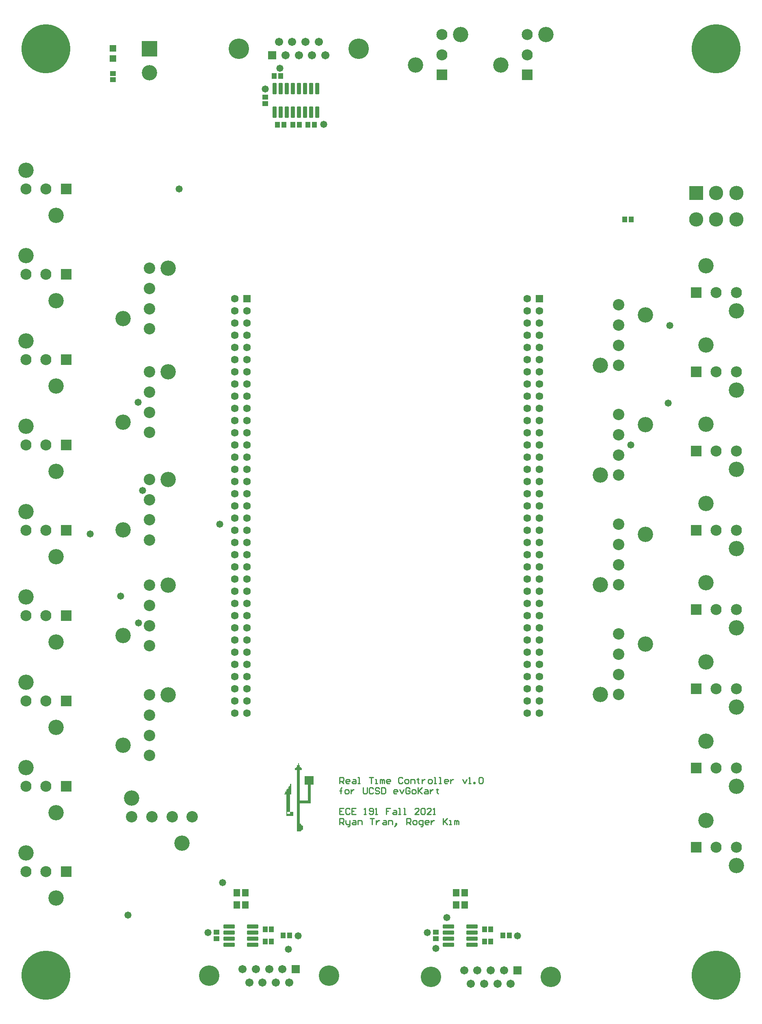
<source format=gts>
G04*
G04 #@! TF.GenerationSoftware,Altium Limited,Altium Designer,21.8.1 (53)*
G04*
G04 Layer_Color=8388736*
%FSLAX44Y44*%
%MOMM*%
G71*
G04*
G04 #@! TF.SameCoordinates,803AB11E-904C-4F7A-9A81-77FAE9A3CB3A*
G04*
G04*
G04 #@! TF.FilePolarity,Negative*
G04*
G01*
G75*
%ADD12C,0.2540*%
G04:AMPARAMS|DCode=23|XSize=2.3622mm|YSize=0.889mm|CornerRadius=0.1873mm|HoleSize=0mm|Usage=FLASHONLY|Rotation=0.000|XOffset=0mm|YOffset=0mm|HoleType=Round|Shape=RoundedRectangle|*
%AMROUNDEDRECTD23*
21,1,2.3622,0.5143,0,0,0.0*
21,1,1.9876,0.8890,0,0,0.0*
1,1,0.3747,0.9938,-0.2572*
1,1,0.3747,-0.9938,-0.2572*
1,1,0.3747,-0.9938,0.2572*
1,1,0.3747,0.9938,0.2572*
%
%ADD23ROUNDEDRECTD23*%
%ADD24R,1.4032X1.4032*%
%ADD25R,1.1532X1.0532*%
%ADD26R,1.0532X1.1532*%
%ADD27R,1.1032X1.2032*%
G04:AMPARAMS|DCode=28|XSize=2.3622mm|YSize=0.889mm|CornerRadius=0.1873mm|HoleSize=0mm|Usage=FLASHONLY|Rotation=90.000|XOffset=0mm|YOffset=0mm|HoleType=Round|Shape=RoundedRectangle|*
%AMROUNDEDRECTD28*
21,1,2.3622,0.5143,0,0,90.0*
21,1,1.9876,0.8890,0,0,90.0*
1,1,0.3747,0.2572,0.9938*
1,1,0.3747,0.2572,-0.9938*
1,1,0.3747,-0.2572,-0.9938*
1,1,0.3747,-0.2572,0.9938*
%
%ADD28ROUNDEDRECTD28*%
%ADD29R,1.2032X1.1032*%
%ADD30R,1.3532X1.5532*%
%ADD31R,2.3032X2.3032*%
%ADD32C,2.3032*%
%ADD33C,3.2032*%
%ADD34C,2.3782*%
%ADD35C,2.9782*%
%ADD36R,2.9782X2.9782*%
%ADD37C,1.7112*%
%ADD38R,1.7112X1.7112*%
%ADD39C,4.2692*%
%ADD40R,3.2032X3.2032*%
%ADD41R,2.3032X2.3032*%
%ADD42C,10.2032*%
%ADD43R,1.5932X1.5932*%
%ADD44C,1.5932*%
%ADD45C,1.4732*%
G36*
X612648Y498348D02*
Y496316D01*
Y494284D01*
Y492252D01*
Y490220D01*
Y488188D01*
Y486156D01*
Y484124D01*
Y482092D01*
Y480060D01*
Y478028D01*
X610616D01*
Y441452D01*
X616712D01*
Y439420D01*
Y437388D01*
Y435356D01*
Y433324D01*
X602488D01*
Y435356D01*
Y437388D01*
Y439420D01*
Y441452D01*
Y443484D01*
Y445516D01*
Y447548D01*
Y449580D01*
Y451612D01*
Y453644D01*
Y455676D01*
Y457708D01*
Y459740D01*
Y461772D01*
Y463804D01*
Y465836D01*
Y467868D01*
Y469900D01*
Y471932D01*
Y473964D01*
Y475996D01*
Y478028D01*
X598424D01*
Y480060D01*
X600456D01*
Y482092D01*
Y484124D01*
X602488D01*
Y486156D01*
Y488188D01*
X604520D01*
Y490220D01*
X606552D01*
Y492252D01*
Y494284D01*
X608584D01*
Y496316D01*
X610616D01*
Y498348D01*
Y500380D01*
X612648D01*
Y498348D01*
D02*
G37*
G36*
X628904Y541020D02*
Y538988D01*
X630936D01*
Y536956D01*
Y534924D01*
X632968D01*
Y532892D01*
X635000D01*
Y530860D01*
Y528828D01*
X630936D01*
Y526796D01*
Y524764D01*
Y522732D01*
Y520700D01*
Y518668D01*
Y516636D01*
Y514604D01*
Y512572D01*
Y510540D01*
Y508508D01*
Y506476D01*
Y504444D01*
Y502412D01*
Y500380D01*
Y498348D01*
Y496316D01*
Y494284D01*
Y492252D01*
Y490220D01*
Y488188D01*
Y486156D01*
Y484124D01*
Y482092D01*
Y480060D01*
Y478028D01*
Y475996D01*
Y473964D01*
Y471932D01*
Y469900D01*
Y467868D01*
Y465836D01*
X647192D01*
Y467868D01*
Y469900D01*
Y471932D01*
Y473964D01*
Y475996D01*
Y478028D01*
Y480060D01*
Y482092D01*
Y484124D01*
Y486156D01*
Y488188D01*
Y490220D01*
Y492252D01*
Y494284D01*
Y496316D01*
Y498348D01*
X641096D01*
Y500380D01*
Y502412D01*
Y504444D01*
Y506476D01*
Y508508D01*
Y510540D01*
Y512572D01*
Y514604D01*
Y516636D01*
X659384D01*
Y514604D01*
Y512572D01*
Y510540D01*
Y508508D01*
Y506476D01*
Y504444D01*
Y502412D01*
Y500380D01*
Y498348D01*
X653288D01*
Y496316D01*
Y494284D01*
Y492252D01*
Y490220D01*
Y488188D01*
Y486156D01*
Y484124D01*
Y482092D01*
Y480060D01*
Y478028D01*
Y475996D01*
Y473964D01*
Y471932D01*
Y469900D01*
Y467868D01*
Y465836D01*
Y463804D01*
Y461772D01*
Y459740D01*
X630936D01*
Y457708D01*
Y455676D01*
Y453644D01*
Y451612D01*
Y449580D01*
Y447548D01*
Y445516D01*
Y443484D01*
Y441452D01*
Y439420D01*
Y437388D01*
Y435356D01*
Y433324D01*
Y431292D01*
Y429260D01*
Y427228D01*
Y425196D01*
Y423164D01*
Y421132D01*
Y419100D01*
Y417068D01*
X632968D01*
Y415036D01*
X635000D01*
Y413004D01*
X637032D01*
Y410972D01*
Y408940D01*
Y406908D01*
Y404876D01*
X635000D01*
Y402844D01*
X632968D01*
Y400812D01*
X624840D01*
Y402844D01*
Y404876D01*
Y406908D01*
Y408940D01*
Y410972D01*
Y413004D01*
Y415036D01*
Y417068D01*
Y419100D01*
Y421132D01*
Y423164D01*
Y425196D01*
Y427228D01*
Y429260D01*
Y431292D01*
Y433324D01*
Y435356D01*
Y437388D01*
Y439420D01*
Y441452D01*
Y443484D01*
Y445516D01*
Y447548D01*
Y449580D01*
Y451612D01*
Y453644D01*
Y455676D01*
Y457708D01*
Y459740D01*
Y461772D01*
Y463804D01*
Y465836D01*
Y467868D01*
Y469900D01*
Y471932D01*
Y473964D01*
Y475996D01*
Y478028D01*
Y480060D01*
Y482092D01*
Y484124D01*
Y486156D01*
Y488188D01*
Y490220D01*
Y492252D01*
Y494284D01*
Y496316D01*
Y498348D01*
Y500380D01*
Y502412D01*
Y504444D01*
Y506476D01*
Y508508D01*
Y510540D01*
Y512572D01*
Y514604D01*
Y516636D01*
Y518668D01*
Y520700D01*
Y522732D01*
Y524764D01*
Y528828D01*
X620776D01*
Y530860D01*
Y532892D01*
X622808D01*
Y534924D01*
X624840D01*
Y536956D01*
Y538988D01*
X626872D01*
Y541020D01*
Y543052D01*
X628904D01*
Y541020D01*
D02*
G37*
%LPC*%
G36*
X610616Y441452D02*
X604520D01*
Y437388D01*
X610616D01*
Y441452D01*
D02*
G37*
%LPD*%
D12*
X713740Y501036D02*
Y513732D01*
X720088D01*
X722204Y511616D01*
Y507384D01*
X720088Y505268D01*
X713740D01*
X717972D02*
X722204Y501036D01*
X732784D02*
X728552D01*
X726436Y503152D01*
Y507384D01*
X728552Y509500D01*
X732784D01*
X734900Y507384D01*
Y505268D01*
X726436D01*
X741248Y509500D02*
X745480D01*
X747596Y507384D01*
Y501036D01*
X741248D01*
X739132Y503152D01*
X741248Y505268D01*
X747596D01*
X751828Y501036D02*
X756060D01*
X753944D01*
Y513732D01*
X751828D01*
X775104D02*
X783567D01*
X779335D01*
Y501036D01*
X787799D02*
X792031D01*
X789915D01*
Y509500D01*
X787799D01*
X798379Y501036D02*
Y509500D01*
X800495D01*
X802611Y507384D01*
Y501036D01*
Y507384D01*
X804727Y509500D01*
X806843Y507384D01*
Y501036D01*
X817423D02*
X813191D01*
X811075Y503152D01*
Y507384D01*
X813191Y509500D01*
X817423D01*
X819539Y507384D01*
Y505268D01*
X811075D01*
X844931Y511616D02*
X842815Y513732D01*
X838583D01*
X836467Y511616D01*
Y503152D01*
X838583Y501036D01*
X842815D01*
X844931Y503152D01*
X851279Y501036D02*
X855511D01*
X857627Y503152D01*
Y507384D01*
X855511Y509500D01*
X851279D01*
X849163Y507384D01*
Y503152D01*
X851279Y501036D01*
X861859D02*
Y509500D01*
X868207D01*
X870323Y507384D01*
Y501036D01*
X876671Y511616D02*
Y509500D01*
X874555D01*
X878786D01*
X876671D01*
Y503152D01*
X878786Y501036D01*
X885135Y509500D02*
Y501036D01*
Y505268D01*
X887250Y507384D01*
X889366Y509500D01*
X891482D01*
X899946Y501036D02*
X904178D01*
X906294Y503152D01*
Y507384D01*
X904178Y509500D01*
X899946D01*
X897830Y507384D01*
Y503152D01*
X899946Y501036D01*
X910526D02*
X914758D01*
X912642D01*
Y513732D01*
X910526D01*
X921106Y501036D02*
X925338D01*
X923222D01*
Y513732D01*
X921106D01*
X938034Y501036D02*
X933802D01*
X931686Y503152D01*
Y507384D01*
X933802Y509500D01*
X938034D01*
X940150Y507384D01*
Y505268D01*
X931686D01*
X944382Y509500D02*
Y501036D01*
Y505268D01*
X946498Y507384D01*
X948614Y509500D01*
X950730D01*
X969774D02*
X974006Y501036D01*
X978238Y509500D01*
X982470Y501036D02*
X986702D01*
X984586D01*
Y513732D01*
X982470Y511616D01*
X993049Y501036D02*
Y503152D01*
X995165D01*
Y501036D01*
X993049D01*
X1003629Y511616D02*
X1005745Y513732D01*
X1009977D01*
X1012093Y511616D01*
Y503152D01*
X1009977Y501036D01*
X1005745D01*
X1003629Y503152D01*
Y511616D01*
X715856Y479705D02*
Y490285D01*
Y486053D01*
X713740D01*
X717972D01*
X715856D01*
Y490285D01*
X717972Y492401D01*
X726436Y479705D02*
X730668D01*
X732784Y481821D01*
Y486053D01*
X730668Y488169D01*
X726436D01*
X724320Y486053D01*
Y481821D01*
X726436Y479705D01*
X737016Y488169D02*
Y479705D01*
Y483937D01*
X739132Y486053D01*
X741248Y488169D01*
X743364D01*
X762408Y492401D02*
Y481821D01*
X764523Y479705D01*
X768755D01*
X770872Y481821D01*
Y492401D01*
X783567Y490285D02*
X781451Y492401D01*
X777219D01*
X775104Y490285D01*
Y481821D01*
X777219Y479705D01*
X781451D01*
X783567Y481821D01*
X796263Y490285D02*
X794147Y492401D01*
X789915D01*
X787799Y490285D01*
Y488169D01*
X789915Y486053D01*
X794147D01*
X796263Y483937D01*
Y481821D01*
X794147Y479705D01*
X789915D01*
X787799Y481821D01*
X800495Y492401D02*
Y479705D01*
X806843D01*
X808959Y481821D01*
Y490285D01*
X806843Y492401D01*
X800495D01*
X832235Y479705D02*
X828003D01*
X825887Y481821D01*
Y486053D01*
X828003Y488169D01*
X832235D01*
X834351Y486053D01*
Y483937D01*
X825887D01*
X838583Y488169D02*
X842815Y479705D01*
X847047Y488169D01*
X859743Y490285D02*
X857627Y492401D01*
X853395D01*
X851279Y490285D01*
Y481821D01*
X853395Y479705D01*
X857627D01*
X859743Y481821D01*
Y486053D01*
X855511D01*
X866091Y479705D02*
X870323D01*
X872439Y481821D01*
Y486053D01*
X870323Y488169D01*
X866091D01*
X863975Y486053D01*
Y481821D01*
X866091Y479705D01*
X876671Y492401D02*
Y479705D01*
Y483937D01*
X885135Y492401D01*
X878786Y486053D01*
X885135Y479705D01*
X891482Y488169D02*
X895714D01*
X897830Y486053D01*
Y479705D01*
X891482D01*
X889366Y481821D01*
X891482Y483937D01*
X897830D01*
X902062Y488169D02*
Y479705D01*
Y483937D01*
X904178Y486053D01*
X906294Y488169D01*
X908410D01*
X916874Y490285D02*
Y488169D01*
X914758D01*
X918990D01*
X916874D01*
Y481821D01*
X918990Y479705D01*
X722204Y449739D02*
X713740D01*
Y437043D01*
X722204D01*
X713740Y443391D02*
X717972D01*
X734900Y447623D02*
X732784Y449739D01*
X728552D01*
X726436Y447623D01*
Y439159D01*
X728552Y437043D01*
X732784D01*
X734900Y439159D01*
X747596Y449739D02*
X739132D01*
Y437043D01*
X747596D01*
X739132Y443391D02*
X743364D01*
X764523Y437043D02*
X768755D01*
X766639D01*
Y449739D01*
X764523Y447623D01*
X775104Y439159D02*
X777219Y437043D01*
X781451D01*
X783567Y439159D01*
Y447623D01*
X781451Y449739D01*
X777219D01*
X775104Y447623D01*
Y445507D01*
X777219Y443391D01*
X783567D01*
X787799Y437043D02*
X792031D01*
X789915D01*
Y449739D01*
X787799Y447623D01*
X819539Y449739D02*
X811075D01*
Y443391D01*
X815307D01*
X811075D01*
Y437043D01*
X825887Y445507D02*
X830119D01*
X832235Y443391D01*
Y437043D01*
X825887D01*
X823771Y439159D01*
X825887Y441275D01*
X832235D01*
X836467Y437043D02*
X840699D01*
X838583D01*
Y449739D01*
X836467D01*
X847047Y437043D02*
X851279D01*
X849163D01*
Y449739D01*
X847047D01*
X878787Y437043D02*
X870323D01*
X878787Y445507D01*
Y447623D01*
X876671Y449739D01*
X872439D01*
X870323Y447623D01*
X883018D02*
X885135Y449739D01*
X889366D01*
X891482Y447623D01*
Y439159D01*
X889366Y437043D01*
X885135D01*
X883018Y439159D01*
Y447623D01*
X904178Y437043D02*
X895714D01*
X904178Y445507D01*
Y447623D01*
X902062Y449739D01*
X897830D01*
X895714Y447623D01*
X908410Y437043D02*
X912642D01*
X910526D01*
Y449739D01*
X908410Y447623D01*
X713740Y415712D02*
Y428408D01*
X720088D01*
X722204Y426292D01*
Y422060D01*
X720088Y419944D01*
X713740D01*
X717972D02*
X722204Y415712D01*
X726436Y424176D02*
Y417828D01*
X728552Y415712D01*
X734900D01*
Y413596D01*
X732784Y411480D01*
X730668D01*
X734900Y415712D02*
Y424176D01*
X741248D02*
X745480D01*
X747596Y422060D01*
Y415712D01*
X741248D01*
X739132Y417828D01*
X741248Y419944D01*
X747596D01*
X751828Y415712D02*
Y424176D01*
X758176D01*
X760292Y422060D01*
Y415712D01*
X777219Y428408D02*
X785683D01*
X781451D01*
Y415712D01*
X789915Y424176D02*
Y415712D01*
Y419944D01*
X792031Y422060D01*
X794147Y424176D01*
X796263D01*
X804727D02*
X808959D01*
X811075Y422060D01*
Y415712D01*
X804727D01*
X802611Y417828D01*
X804727Y419944D01*
X811075D01*
X815307Y415712D02*
Y424176D01*
X821655D01*
X823771Y422060D01*
Y415712D01*
X830119Y413596D02*
X832235Y415712D01*
Y417828D01*
X830119D01*
Y415712D01*
X832235D01*
X830119Y413596D01*
X828003Y411480D01*
X853395Y415712D02*
Y428408D01*
X859743D01*
X861859Y426292D01*
Y422060D01*
X859743Y419944D01*
X853395D01*
X857627D02*
X861859Y415712D01*
X868207D02*
X872439D01*
X874555Y417828D01*
Y422060D01*
X872439Y424176D01*
X868207D01*
X866091Y422060D01*
Y417828D01*
X868207Y415712D01*
X883018Y411480D02*
X885135D01*
X887250Y413596D01*
Y424176D01*
X880902D01*
X878786Y422060D01*
Y417828D01*
X880902Y415712D01*
X887250D01*
X897830D02*
X893598D01*
X891482Y417828D01*
Y422060D01*
X893598Y424176D01*
X897830D01*
X899946Y422060D01*
Y419944D01*
X891482D01*
X904178Y424176D02*
Y415712D01*
Y419944D01*
X906294Y422060D01*
X908410Y424176D01*
X910526D01*
X929570Y428408D02*
Y415712D01*
Y419944D01*
X938034Y428408D01*
X931686Y422060D01*
X938034Y415712D01*
X942266D02*
X946498D01*
X944382D01*
Y424176D01*
X942266D01*
X952846Y415712D02*
Y424176D01*
X954962D01*
X957078Y422060D01*
Y415712D01*
Y422060D01*
X959194Y424176D01*
X961310Y422060D01*
Y415712D01*
D23*
X989900Y165100D02*
D03*
Y177800D02*
D03*
Y190500D02*
D03*
Y203200D02*
D03*
X940500D02*
D03*
Y190500D02*
D03*
Y177800D02*
D03*
Y165100D02*
D03*
X532700D02*
D03*
Y177800D02*
D03*
Y190500D02*
D03*
Y203200D02*
D03*
X483300D02*
D03*
Y190500D02*
D03*
Y177800D02*
D03*
Y165100D02*
D03*
D24*
X241300Y2032340D02*
D03*
Y2011340D02*
D03*
D25*
Y1967080D02*
D03*
Y1980080D02*
D03*
D26*
X1321100Y1676400D02*
D03*
X1308100D02*
D03*
X571650Y196850D02*
D03*
X558650D02*
D03*
Y171450D02*
D03*
X571650D02*
D03*
X1015850D02*
D03*
X1028850D02*
D03*
Y196850D02*
D03*
X1015850D02*
D03*
D27*
X583800Y1873250D02*
D03*
X597300D02*
D03*
X615950D02*
D03*
X629450D02*
D03*
X647300D02*
D03*
X660800D02*
D03*
X577450Y1974850D02*
D03*
X590950D02*
D03*
X609600Y184150D02*
D03*
X596100D02*
D03*
X1067200D02*
D03*
X1053700D02*
D03*
D28*
X577850Y1948800D02*
D03*
X590550D02*
D03*
X603250D02*
D03*
X615950D02*
D03*
X628650D02*
D03*
X641350D02*
D03*
X654050D02*
D03*
X666750D02*
D03*
Y1899300D02*
D03*
X654050D02*
D03*
X641350D02*
D03*
X628650D02*
D03*
X615950D02*
D03*
X603250D02*
D03*
X590550D02*
D03*
X577850D02*
D03*
D29*
X558800Y1917300D02*
D03*
Y1930800D02*
D03*
X457200Y177400D02*
D03*
Y190900D02*
D03*
X914400Y177400D02*
D03*
Y190900D02*
D03*
D30*
X499250Y247650D02*
D03*
X516750D02*
D03*
Y273050D02*
D03*
X499250D02*
D03*
X956450Y247650D02*
D03*
X973950D02*
D03*
Y273050D02*
D03*
X956450D02*
D03*
D31*
X1456600Y368300D02*
D03*
Y533400D02*
D03*
Y698500D02*
D03*
Y863600D02*
D03*
Y1028700D02*
D03*
Y1193800D02*
D03*
Y1358900D02*
D03*
Y1524000D02*
D03*
X143600Y1562100D02*
D03*
Y673100D02*
D03*
Y1384300D02*
D03*
Y850900D02*
D03*
Y495300D02*
D03*
Y1028700D02*
D03*
Y1739900D02*
D03*
Y1206500D02*
D03*
Y317500D02*
D03*
D32*
X1498600Y368300D02*
D03*
X1540600D02*
D03*
X1498600Y533400D02*
D03*
X1540600D02*
D03*
X1498600Y698500D02*
D03*
X1540600D02*
D03*
X1498600Y863600D02*
D03*
X1540600D02*
D03*
Y1028700D02*
D03*
X1498600D02*
D03*
Y1193800D02*
D03*
X1540600D02*
D03*
X1498600Y1358900D02*
D03*
X1540600D02*
D03*
X1498600Y1524000D02*
D03*
X1540600D02*
D03*
X927100Y2061300D02*
D03*
Y2019300D02*
D03*
X1104900D02*
D03*
Y2061300D02*
D03*
X59600Y1562100D02*
D03*
X101600D02*
D03*
X59600Y673100D02*
D03*
X101600D02*
D03*
X59600Y1384300D02*
D03*
X101600D02*
D03*
X59600Y850900D02*
D03*
X101600D02*
D03*
X59600Y495300D02*
D03*
X101600D02*
D03*
X59600Y1028700D02*
D03*
X101600D02*
D03*
X59600Y1739900D02*
D03*
X101600D02*
D03*
X59600Y1206500D02*
D03*
X101600D02*
D03*
X59600Y317500D02*
D03*
X101600D02*
D03*
D33*
X1477600Y423800D02*
D03*
X1540600Y329800D02*
D03*
X1477600Y588900D02*
D03*
X1540600Y494900D02*
D03*
X1477600Y754000D02*
D03*
X1540600Y660000D02*
D03*
X1350900Y791300D02*
D03*
X1256900Y686300D02*
D03*
X1477600Y919100D02*
D03*
X1540600Y825100D02*
D03*
X1350900Y1019900D02*
D03*
X1256900Y914900D02*
D03*
X1540600Y990200D02*
D03*
X1477600Y1084200D02*
D03*
X1350900Y1248500D02*
D03*
X1256900Y1143500D02*
D03*
X1477600Y1249300D02*
D03*
X1540600Y1155300D02*
D03*
X1350900Y1477100D02*
D03*
X1256900Y1372100D02*
D03*
X1477600Y1414400D02*
D03*
X1540600Y1320400D02*
D03*
X1477600Y1579500D02*
D03*
X1540600Y1485500D02*
D03*
X317500Y1981600D02*
D03*
X965600Y2061300D02*
D03*
X871600Y1998300D02*
D03*
X1049400D02*
D03*
X1143400Y2061300D02*
D03*
X356000Y1574300D02*
D03*
X262000Y1469300D02*
D03*
X59600Y1600600D02*
D03*
X122600Y1506600D02*
D03*
X280400Y470300D02*
D03*
X385400Y376300D02*
D03*
X59600Y711600D02*
D03*
X122600Y617600D02*
D03*
X356000Y1358400D02*
D03*
X262000Y1253400D02*
D03*
X356000Y913900D02*
D03*
X262000Y808900D02*
D03*
X59600Y1422800D02*
D03*
X122600Y1328800D02*
D03*
X59600Y889400D02*
D03*
X122600Y795400D02*
D03*
X59600Y533800D02*
D03*
X122600Y439800D02*
D03*
X59600Y1067200D02*
D03*
X122600Y973200D02*
D03*
X59600Y1778400D02*
D03*
X122600Y1684400D02*
D03*
X59600Y1245000D02*
D03*
X122600Y1151000D02*
D03*
X59600Y356000D02*
D03*
X122600Y262000D02*
D03*
X356000Y685300D02*
D03*
X262000Y580300D02*
D03*
X356000Y1134200D02*
D03*
X262000Y1029200D02*
D03*
D34*
X1295400Y812300D02*
D03*
Y770300D02*
D03*
Y728300D02*
D03*
Y686300D02*
D03*
Y1040900D02*
D03*
Y998900D02*
D03*
Y956900D02*
D03*
Y914900D02*
D03*
Y1269500D02*
D03*
Y1227500D02*
D03*
Y1185500D02*
D03*
Y1143500D02*
D03*
Y1498100D02*
D03*
Y1456100D02*
D03*
Y1414100D02*
D03*
Y1372100D02*
D03*
X317500Y1574300D02*
D03*
Y1532300D02*
D03*
Y1490300D02*
D03*
Y1448300D02*
D03*
X280400Y431800D02*
D03*
X322400D02*
D03*
X364400D02*
D03*
X406400D02*
D03*
X317500Y1358400D02*
D03*
Y1316400D02*
D03*
Y1274400D02*
D03*
Y1232400D02*
D03*
Y913900D02*
D03*
Y871900D02*
D03*
Y829900D02*
D03*
Y787900D02*
D03*
Y685300D02*
D03*
Y643300D02*
D03*
Y601300D02*
D03*
Y559300D02*
D03*
Y1134200D02*
D03*
Y1092200D02*
D03*
Y1050200D02*
D03*
Y1008200D02*
D03*
D35*
X1540600Y1676400D02*
D03*
X1498600D02*
D03*
X1456600D02*
D03*
X1498600Y1731400D02*
D03*
X1540600D02*
D03*
D36*
X1456600D02*
D03*
D37*
X511500Y114300D02*
D03*
X525350Y85900D02*
D03*
X539200Y114300D02*
D03*
X553050Y85900D02*
D03*
X566900Y114300D02*
D03*
X580750Y85900D02*
D03*
X594600Y114300D02*
D03*
X608450Y85900D02*
D03*
X684050Y2017800D02*
D03*
X670200Y2046200D02*
D03*
X656350Y2017800D02*
D03*
X642500Y2046200D02*
D03*
X628650Y2017800D02*
D03*
X614800Y2046200D02*
D03*
X600950Y2017800D02*
D03*
X587100Y2046200D02*
D03*
X973300Y111760D02*
D03*
X987150Y83360D02*
D03*
X1001000Y111760D02*
D03*
X1014850Y83360D02*
D03*
X1028700Y111760D02*
D03*
X1042550Y83360D02*
D03*
X1056400Y111760D02*
D03*
X1070250Y83360D02*
D03*
D38*
X622300Y114300D02*
D03*
X573250Y2017800D02*
D03*
X1084100Y111760D02*
D03*
D39*
X441950Y100100D02*
D03*
X691850D02*
D03*
X753600Y2032000D02*
D03*
X503700D02*
D03*
X903750Y97560D02*
D03*
X1153650D02*
D03*
D40*
X317500Y2031600D02*
D03*
D41*
X927100Y1977300D02*
D03*
X1104900D02*
D03*
D42*
X101600Y2032000D02*
D03*
X1498600Y101600D02*
D03*
Y2032000D02*
D03*
X101600Y101600D02*
D03*
D43*
X520700Y1511300D02*
D03*
X1130300D02*
D03*
D44*
X495300D02*
D03*
X520700Y1485900D02*
D03*
X495300D02*
D03*
X520700Y1460500D02*
D03*
X495300D02*
D03*
X520700Y1435100D02*
D03*
X495300D02*
D03*
X520700Y1409700D02*
D03*
X495300D02*
D03*
X520700Y1384300D02*
D03*
X495300D02*
D03*
X520700Y1358900D02*
D03*
X495300D02*
D03*
X520700Y1333500D02*
D03*
X495300D02*
D03*
X520700Y1308100D02*
D03*
X495300D02*
D03*
X520700Y1282700D02*
D03*
X495300D02*
D03*
X520700Y1257300D02*
D03*
X495300D02*
D03*
X520700Y1231900D02*
D03*
X495300D02*
D03*
X520700Y1206500D02*
D03*
X495300D02*
D03*
X520700Y1181100D02*
D03*
X495300D02*
D03*
X520700Y1155700D02*
D03*
X495300D02*
D03*
X520700Y1130300D02*
D03*
X495300D02*
D03*
X520700Y1104900D02*
D03*
X495300D02*
D03*
X520700Y1079500D02*
D03*
X495300D02*
D03*
X520700Y1054100D02*
D03*
X495300D02*
D03*
X520700Y1028700D02*
D03*
X495300D02*
D03*
X520700Y1003300D02*
D03*
X495300D02*
D03*
X520700Y977900D02*
D03*
X495300D02*
D03*
X520700Y952500D02*
D03*
X495300D02*
D03*
X520700Y927100D02*
D03*
X495300D02*
D03*
X520700Y901700D02*
D03*
X495300D02*
D03*
X520700Y876300D02*
D03*
X495300D02*
D03*
X520700Y850900D02*
D03*
X495300D02*
D03*
X520700Y825500D02*
D03*
X495300D02*
D03*
X520700Y800100D02*
D03*
X495300D02*
D03*
X520700Y774700D02*
D03*
X495300D02*
D03*
X520700Y749300D02*
D03*
X495300D02*
D03*
X520700Y723900D02*
D03*
X495300D02*
D03*
X520700Y698500D02*
D03*
X495300D02*
D03*
X520700Y673100D02*
D03*
X495300D02*
D03*
X520700Y647700D02*
D03*
X495300D02*
D03*
X1104900D02*
D03*
X1130300D02*
D03*
X1104900Y673100D02*
D03*
X1130300D02*
D03*
X1104900Y698500D02*
D03*
X1130300D02*
D03*
X1104900Y723900D02*
D03*
X1130300D02*
D03*
X1104900Y749300D02*
D03*
X1130300D02*
D03*
X1104900Y774700D02*
D03*
X1130300D02*
D03*
X1104900Y800100D02*
D03*
X1130300D02*
D03*
X1104900Y825500D02*
D03*
X1130300D02*
D03*
X1104900Y850900D02*
D03*
X1130300D02*
D03*
X1104900Y876300D02*
D03*
X1130300D02*
D03*
X1104900Y901700D02*
D03*
X1130300D02*
D03*
X1104900Y927100D02*
D03*
X1130300D02*
D03*
X1104900Y952500D02*
D03*
X1130300D02*
D03*
X1104900Y977900D02*
D03*
X1130300D02*
D03*
X1104900Y1003300D02*
D03*
X1130300D02*
D03*
X1104900Y1028700D02*
D03*
X1130300D02*
D03*
X1104900Y1054100D02*
D03*
X1130300D02*
D03*
X1104900Y1079500D02*
D03*
X1130300D02*
D03*
X1104900Y1104900D02*
D03*
X1130300D02*
D03*
X1104900Y1130300D02*
D03*
X1130300D02*
D03*
X1104900Y1155700D02*
D03*
X1130300D02*
D03*
X1104900Y1181100D02*
D03*
X1130300D02*
D03*
X1104900Y1206500D02*
D03*
X1130300D02*
D03*
X1104900Y1231900D02*
D03*
X1130300D02*
D03*
X1104900Y1257300D02*
D03*
X1130300D02*
D03*
X1104900Y1282700D02*
D03*
X1130300D02*
D03*
X1104900Y1308100D02*
D03*
X1130300D02*
D03*
X1104900Y1333500D02*
D03*
X1130300D02*
D03*
X1104900Y1358900D02*
D03*
X1130300D02*
D03*
X1104900Y1384300D02*
D03*
X1130300D02*
D03*
X1104900Y1409700D02*
D03*
X1130300D02*
D03*
X1104900Y1435100D02*
D03*
X1130300D02*
D03*
X1104900Y1460500D02*
D03*
X1130300D02*
D03*
X1104900Y1485900D02*
D03*
X1130300D02*
D03*
X1104900Y1511300D02*
D03*
D45*
X257556Y891032D02*
D03*
X293624Y1294892D02*
D03*
X379476Y1739900D02*
D03*
X193548Y1020572D02*
D03*
X302514Y1111504D02*
D03*
X463804Y1041400D02*
D03*
X294640Y835660D02*
D03*
X272632Y226568D02*
D03*
X937060Y221469D02*
D03*
X896620Y190500D02*
D03*
X1084580Y183896D02*
D03*
X626872D02*
D03*
X914400Y157480D02*
D03*
X439420Y190500D02*
D03*
X607060Y155194D02*
D03*
X469900Y294640D02*
D03*
X680720Y1874520D02*
D03*
X589280Y1991360D02*
D03*
X558800Y1948180D02*
D03*
X1402207Y1455293D02*
D03*
X1398778Y1293622D02*
D03*
X1320800Y1206500D02*
D03*
M02*

</source>
